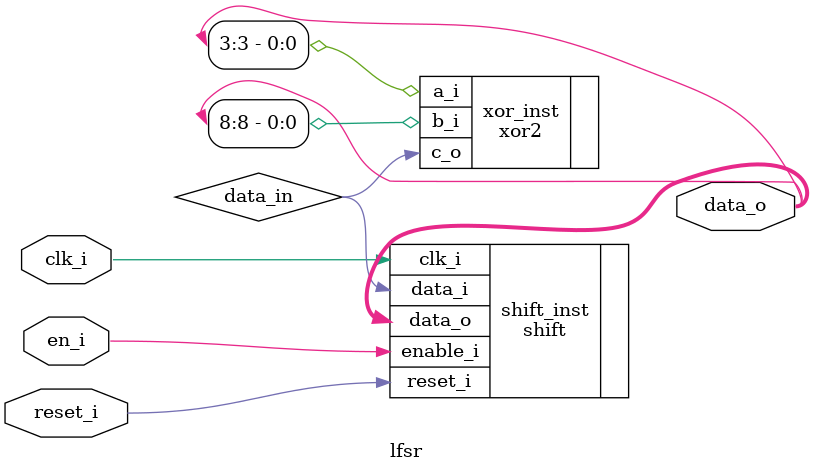
<source format=sv>
module lfsr
   (input [0:0] clk_i
   ,input [0:0] reset_i
   ,input [0:0] en_i
   ,output [8:0] data_o);

wire [0:0] data_in;

xor2
   #()
   xor_inst
   (.a_i(data_o[3])
   ,.b_i(data_o[8])
   ,.c_o(data_in)
   );

shift
   #(.depth_p(4'b1001), .reset_val_p({{8{1'b0}}, 1'b1}))
   shift_inst
   (.clk_i(clk_i)
   ,.reset_i(reset_i)
   ,.data_i(data_in)
   ,.enable_i(en_i)
   ,.data_o(data_o)
   );

endmodule

</source>
